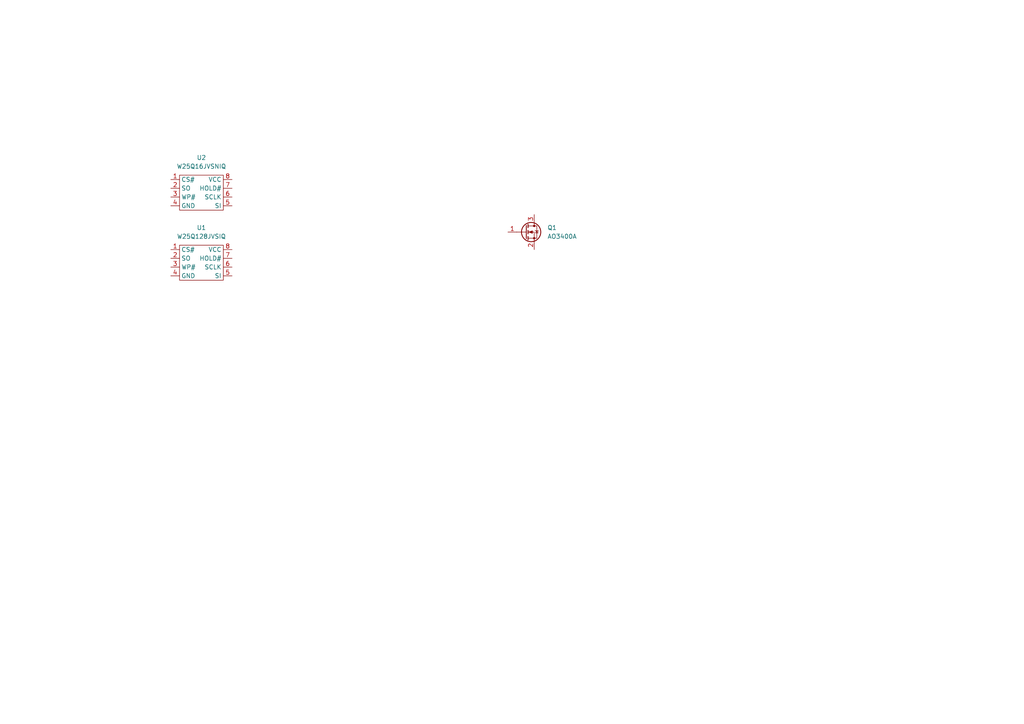
<source format=kicad_sch>
(kicad_sch (version 20211123) (generator eeschema)
  (paper "A4")
  (lib_symbols
    (symbol "01-rickbassham:GD25Q16ETIGR"
      (property "Reference" "U" (at 0 0 0))
      (property "Value" "GD25Q16ETIGR" (at 0 0 0))
      (symbol "GD25Q16ETIGR_0_1"
        (rectangle (start -6.35 -5.08) (end 6.35 -15.24))
      )
      (symbol "GD25Q16ETIGR_1_1"
        (pin output line (at -8.89 -6.35 0) (length 2.54) (name "CS#") (number "1"))
        (pin output line (at -8.89 -8.89 0) (length 2.54) (name "SO") (number "2"))
        (pin output line (at -8.89 -11.43 0) (length 2.54) (name "WP#") (number "3"))
        (pin output line (at -8.89 -13.97 0) (length 2.54) (name "GND") (number "4"))
        (pin output line (at 8.89 -13.97 180) (length 2.54) (name "SI") (number "5"))
        (pin output line (at 8.89 -11.43 180) (length 2.54) (name "SCLK") (number "6"))
        (pin output line (at 8.89 -8.89 180) (length 2.54) (name "HOLD#") (number "7"))
        (pin output line (at 8.89 -6.35 180) (length 2.54) (name "VCC") (number "8"))
      )
    )
    (symbol "Transistor_FET:AO3400A" (pin_names hide)
      (property "Reference" "Q" (at 5.08 1.905 0))
      (property "Value" "AO3400A" (at 5.08 0 0))
      (symbol "AO3400A_0_1"
        (polyline (pts (xy 0.254 0) (xy -2.54 0)))
        (polyline (pts (xy 0.254 1.905) (xy 0.254 -1.905)) (stroke (width 0.254)))
        (polyline (pts (xy 0.762 -1.27) (xy 0.762 -2.286)) (stroke (width 0.254)))
        (polyline (pts (xy 0.762 0.508) (xy 0.762 -0.508)) (stroke (width 0.254)))
        (polyline (pts (xy 0.762 2.286) (xy 0.762 1.27)) (stroke (width 0.254)))
        (polyline (pts (xy 2.54 2.54) (xy 2.54 1.778)))
        (polyline (pts (xy 2.54 -2.54) (xy 2.54 0) (xy 0.762 0)))
        (polyline (pts (xy 0.762 -1.778) (xy 3.302 -1.778) (xy 3.302 1.778) (xy 0.762 1.778)))
        (polyline (pts (xy 1.016 0) (xy 2.032 0.381) (xy 2.032 -0.381) (xy 1.016 0)) (fill (type outline)))
        (polyline (pts (xy 2.794 0.508) (xy 2.921 0.381) (xy 3.683 0.381) (xy 3.81 0.254)))
        (polyline (pts (xy 3.302 0.381) (xy 2.921 -0.254) (xy 3.683 -0.254) (xy 3.302 0.381)))
        (circle (center 1.651 0) (radius 2.794) (stroke (width 0.254)))
        (circle (center 2.54 -1.778) (radius 0.254) (fill (type outline)))
        (circle (center 2.54 1.778) (radius 0.254) (fill (type outline)))
      )
      (symbol "AO3400A_1_1"
        (pin input line (at -5.08 0 0) (length 2.54) (name "G") (number "1"))
        (pin passive line (at 2.54 -5.08 90) (length 2.54) (name "S") (number "2"))
        (pin passive line (at 2.54 5.08 270) (length 2.54) (name "D") (number "3"))
      )
    )
  )
  (symbol (lib_id "01-rickbassham:GD25Q16ETIGR") (at 58.42 45.72 0) (unit 1)
    (property "Reference" "U2" (at 58.42 45.72 0))
    (property "Value" "W25Q16JVSNIQ" (at 58.42 48.26 0))
    (property "Footprint" "Package_SO:SOIC-8_5.23x5.23mm_P1.27mm" (effects hide))
    (property "LCSC" "C115407" (effects hide))
  )
  (symbol (lib_id "Transistor_FET:AO3400A") (at 152.4 67.31 0) (unit 1)
    (property "Reference" "Q1" (at 158.75 66.0399 0) (effects (justify left)))
    (property "Value" "AO3400A" (at 158.75 68.5799 0) (effects (justify left)))
    (property "Footprint" "Package_TO_SOT_SMD:SOT-23" (effects hide))
    (property "Datasheet" "http://www.aosmd.com/pdfs/datasheet/AO3400A.pdf" (effects hide))
    (property "LCSC" "C20917" (effects hide))
  )
  (symbol (lib_id "01-rickbassham:GD25Q16ETIGR") (at 58.42 66.04 0) (unit 1)
    (property "Reference" "U1" (at 58.42 66.04 0))
    (property "Value" "W25Q128JVSIQ" (at 58.42 68.58 0))
    (property "Footprint" "01-rickbassham:SOIC127P790X216-8N" (effects hide))
    (property "LCSC" "C97521" (effects hide))
    (property "JLCPCB Class" "B" (effects hide))
  )
)
</source>
